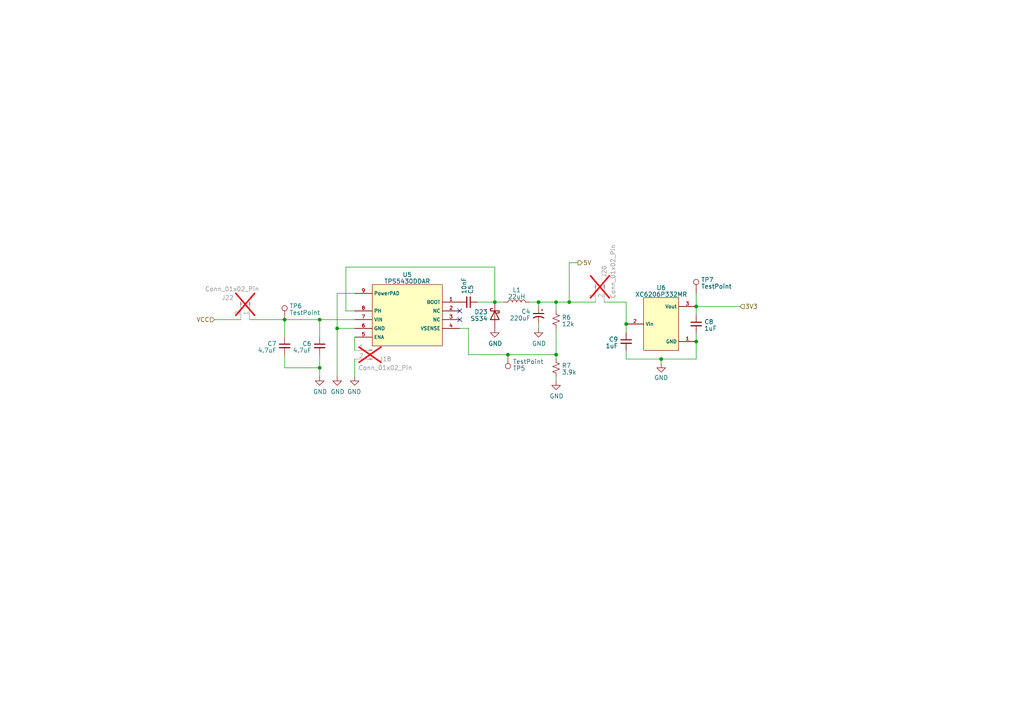
<source format=kicad_sch>
(kicad_sch (version 20230121) (generator eeschema)
  (paper "A4")
  (lib_symbols
    (symbol "Connector:Conn_01x02_Pin" (pin_names (offset 1.016) hide)
      (property "Reference" "J" (at 0 2.54 0))
      (property "Value" "Conn_01x02_Pin" (at 0 -5.08 0))
      (symbol "Conn_01x02_Pin_1_1"
        (polyline (pts (xy 1.27 -2.54) (xy 0.8636 -2.54)) (stroke (width 0.1524)))
        (polyline (pts (xy 1.27 0) (xy 0.8636 0)) (stroke (width 0.1524)))
        (rectangle (start 0.8636 -2.413) (end 0 -2.667) (stroke (width 0.1524)) (fill (type outline)))
        (rectangle (start 0.8636 0.127) (end 0 -0.127) (stroke (width 0.1524)) (fill (type outline)))
        (pin passive line (at 5.08 0 180) (length 3.81) (name "Pin_1") (number "1"))
        (pin passive line (at 5.08 -2.54 180) (length 3.81) (name "Pin_2") (number "2"))
      )
    )
    (symbol "Connector:TestPoint" (pin_numbers hide) (pin_names (offset 0.762) hide)
      (property "Reference" "TP" (at 0 6.858 0))
      (property "Value" "TestPoint" (at 0 5.08 0))
      (symbol "TestPoint_0_1"
        (circle (center 0 3.302) (radius 0.762))
      )
      (symbol "TestPoint_1_1"
        (pin passive line (at 0 0 90) (length 2.54) (name "1") (number "1"))
      )
    )
    (symbol "Device:C_Polarized_Small_US" (pin_numbers hide) (pin_names (offset 0.254) hide)
      (property "Reference" "C" (at 0.254 1.778 0))
      (property "Value" "C_Polarized_Small_US" (at 0.254 -2.032 0))
      (symbol "C_Polarized_Small_US_0_1"
        (polyline (pts (xy -1.524 0.508) (xy 1.524 0.508)) (stroke (width 0.3048)))
        (polyline (pts (xy -1.27 1.524) (xy -0.762 1.524)))
        (polyline (pts (xy -1.016 1.27) (xy -1.016 1.778)))
        (arc (start 1.524 -0.762) (mid 0 -0.3734) (end -1.524 -0.762) (stroke (width 0.3048)))
      )
      (symbol "C_Polarized_Small_US_1_1"
        (pin passive line (at 0 2.54 270) (length 2.032) (name "~") (number "1"))
        (pin passive line (at 0 -2.54 90) (length 2.032) (name "~") (number "2"))
      )
    )
    (symbol "Device:C_Small" (pin_numbers hide) (pin_names (offset 0.254) hide)
      (property "Reference" "C" (at 0.254 1.778 0))
      (property "Value" "C_Small" (at 0.254 -2.032 0))
      (symbol "C_Small_0_1"
        (polyline (pts (xy -1.524 -0.508) (xy 1.524 -0.508)) (stroke (width 0.3302)))
        (polyline (pts (xy -1.524 0.508) (xy 1.524 0.508)) (stroke (width 0.3048)))
      )
      (symbol "C_Small_1_1"
        (pin passive line (at 0 2.54 270) (length 2.032) (name "~") (number "1"))
        (pin passive line (at 0 -2.54 90) (length 2.032) (name "~") (number "2"))
      )
    )
    (symbol "Device:D_Schottky" (pin_numbers hide) (pin_names (offset 1.016) hide)
      (property "Reference" "D" (at 0 2.54 0))
      (property "Value" "D_Schottky" (at 0 -2.54 0))
      (symbol "D_Schottky_0_1"
        (polyline (pts (xy 1.27 0) (xy -1.27 0)))
        (polyline (pts (xy 1.27 1.27) (xy 1.27 -1.27) (xy -1.27 0) (xy 1.27 1.27)) (stroke (width 0.254)))
        (polyline (pts (xy -1.905 0.635) (xy -1.905 1.27) (xy -1.27 1.27) (xy -1.27 -1.27) (xy -0.635 -1.27) (xy -0.635 -0.635)) (stroke (width 0.254)))
      )
      (symbol "D_Schottky_1_1"
        (pin passive line (at -3.81 0 0) (length 2.54) (name "K") (number "1"))
        (pin passive line (at 3.81 0 180) (length 2.54) (name "A") (number "2"))
      )
    )
    (symbol "Device:L" (pin_numbers hide) (pin_names (offset 1.016) hide)
      (property "Reference" "L" (at -1.27 0 90))
      (property "Value" "L" (at 1.905 0 90))
      (symbol "L_0_1"
        (arc (start 0 -2.54) (mid 0.6323 -1.905) (end 0 -1.27))
        (arc (start 0 -1.27) (mid 0.6323 -0.635) (end 0 0))
        (arc (start 0 0) (mid 0.6323 0.635) (end 0 1.27))
        (arc (start 0 1.27) (mid 0.6323 1.905) (end 0 2.54))
      )
      (symbol "L_1_1"
        (pin passive line (at 0 3.81 270) (length 1.27) (name "1") (number "1"))
        (pin passive line (at 0 -3.81 90) (length 1.27) (name "2") (number "2"))
      )
    )
    (symbol "Device:R_Small_US" (pin_numbers hide) (pin_names (offset 0.254) hide)
      (property "Reference" "R" (at 0.762 0.508 0))
      (property "Value" "R_Small_US" (at 0.762 -1.016 0))
      (symbol "R_Small_US_1_1"
        (polyline (pts (xy 0 0) (xy 1.016 -0.381) (xy 0 -0.762) (xy -1.016 -1.143) (xy 0 -1.524)))
        (polyline (pts (xy 0 1.524) (xy 1.016 1.143) (xy 0 0.762) (xy -1.016 0.381) (xy 0 0)))
        (pin passive line (at 0 2.54 270) (length 1.016) (name "~") (number "1"))
        (pin passive line (at 0 -2.54 90) (length 1.016) (name "~") (number "2"))
      )
    )
    (symbol "EEE4022S:TPS5430DDAR"
      (property "Reference" "U" (at 0 1.27 0))
      (property "Value" "TPS5430DDAR" (at 0 -2.54 0))
      (symbol "TPS5430DDAR_0_1"
        (rectangle (start -10.16 8.89) (end 10.16 -8.89) (fill (type background)))
        (pin unspecified line (at -15.24 3.81 0) (length 5.08) (name "BOOT") (number "1"))
        (pin unspecified line (at -15.24 1.27 0) (length 5.08) (name "NC") (number "2"))
        (pin unspecified line (at -15.24 -1.27 0) (length 5.08) (name "NC") (number "3"))
        (pin unspecified line (at -15.24 -3.81 0) (length 5.08) (name "VSENSE") (number "4"))
        (pin unspecified line (at 15.24 -6.35 180) (length 5.08) (name "ENA") (number "5"))
        (pin unspecified line (at 15.24 -3.81 180) (length 5.08) (name "GND") (number "6"))
        (pin unspecified line (at 15.24 -1.27 180) (length 5.08) (name "VIN") (number "7"))
        (pin unspecified line (at 15.24 1.27 180) (length 5.08) (name "PH") (number "8"))
        (pin unspecified line (at 15.24 6.35 180) (length 5.08) (name "PowerPAD") (number "9"))
      )
    )
    (symbol "EEE4022S:XC6206P332MR"
      (property "Reference" "U" (at 0 11.43 0))
      (property "Value" "XC6206P332MR" (at 0 8.89 0))
      (symbol "XC6206P332MR_0_1"
        (rectangle (start -5.08 7.62) (end 5.08 -7.62) (fill (type background)))
        (pin unspecified line (at 10.16 -5.08 180) (length 5.08) (name "GND") (number "1"))
        (pin unspecified line (at -10.16 0 0) (length 5.08) (name "Vin") (number "2"))
        (pin unspecified line (at 10.16 5.08 180) (length 5.08) (name "Vout") (number "3"))
      )
    )
    (symbol "power:GND" (power) (pin_names (offset 0))
      (property "Value" "GND" (at 0 -3.81 0))
      (symbol "GND_0_1"
        (polyline (pts (xy 0 0) (xy 0 -1.27) (xy 1.27 -1.27) (xy 0 -2.54) (xy -1.27 -1.27) (xy 0 -1.27)))
      )
      (symbol "GND_1_1"
        (pin power_in line (at 0 0 270) (length 0) hide (name "GND") (number "1"))
      )
    )
  )
  (junction (at 147.32 102.87))
  (junction (at 191.77 104.14))
  (junction (at 92.71 92.71))
  (junction (at 181.61 93.98))
  (junction (at 165.1 87.63))
  (junction (at 201.93 88.9))
  (junction (at 161.29 102.87))
  (junction (at 201.93 99.06))
  (junction (at 92.71 106.68))
  (junction (at 156.21 87.63))
  (junction (at 82.55 92.71))
  (junction (at 143.51 87.63))
  (junction (at 97.79 95.25))
  (junction (at 161.29 87.63))
  (no_connect (at 133.35 90.17))
  (no_connect (at 133.35 92.71))
  (wire (pts (xy 181.61 96.52) (xy 181.61 93.98)))
  (wire (pts (xy 191.77 104.14) (xy 191.77 105.41)))
  (wire (pts (xy 102.87 97.79) (xy 102.87 101.6)))
  (wire (pts (xy 201.93 96.52) (xy 201.93 99.06)))
  (wire (pts (xy 100.33 77.47) (xy 100.33 90.17)))
  (wire (pts (xy 167.64 76.2) (xy 165.1 76.2)))
  (wire (pts (xy 97.79 109.22) (xy 97.79 95.25)))
  (wire (pts (xy 143.51 87.63) (xy 138.43 87.63)))
  (wire (pts (xy 102.87 95.25) (xy 97.79 95.25)))
  (wire (pts (xy 161.29 90.17) (xy 161.29 87.63)))
  (wire (pts (xy 191.77 104.14) (xy 201.93 104.14)))
  (wire (pts (xy 143.51 87.63) (xy 146.05 87.63)))
  (wire (pts (xy 161.29 102.87) (xy 147.32 102.87)))
  (wire (pts (xy 156.21 88.9) (xy 156.21 87.63)))
  (wire (pts (xy 97.79 85.09) (xy 97.79 95.25)))
  (wire (pts (xy 156.21 87.63) (xy 153.67 87.63)))
  (wire (pts (xy 135.89 102.87) (xy 135.89 95.25)))
  (wire (pts (xy 181.61 87.63) (xy 181.61 93.98)))
  (wire (pts (xy 82.55 92.71) (xy 92.71 92.71)))
  (wire (pts (xy 201.93 99.06) (xy 201.93 104.14)))
  (wire (pts (xy 92.71 106.68) (xy 92.71 109.22)))
  (wire (pts (xy 92.71 97.79) (xy 92.71 92.71)))
  (wire (pts (xy 102.87 104.14) (xy 102.87 109.22)))
  (wire (pts (xy 201.93 85.09) (xy 201.93 88.9)))
  (wire (pts (xy 161.29 95.25) (xy 161.29 102.87)))
  (wire (pts (xy 135.89 95.25) (xy 133.35 95.25)))
  (wire (pts (xy 92.71 106.68) (xy 92.71 102.87)))
  (wire (pts (xy 201.93 88.9) (xy 201.93 91.44)))
  (wire (pts (xy 165.1 76.2) (xy 165.1 87.63)))
  (wire (pts (xy 161.29 87.63) (xy 165.1 87.63)))
  (wire (pts (xy 102.87 85.09) (xy 97.79 85.09)))
  (wire (pts (xy 82.55 102.87) (xy 82.55 106.68)))
  (wire (pts (xy 156.21 93.98) (xy 156.21 95.25)))
  (wire (pts (xy 181.61 87.63) (xy 175.26 87.63)))
  (wire (pts (xy 62.23 92.71) (xy 69.85 92.71)))
  (wire (pts (xy 165.1 87.63) (xy 172.72 87.63)))
  (wire (pts (xy 147.32 102.87) (xy 135.89 102.87)))
  (wire (pts (xy 82.55 92.71) (xy 82.55 97.79)))
  (wire (pts (xy 102.87 92.71) (xy 92.71 92.71)))
  (wire (pts (xy 201.93 88.9) (xy 214.63 88.9)))
  (wire (pts (xy 72.39 92.71) (xy 82.55 92.71)))
  (wire (pts (xy 161.29 102.87) (xy 161.29 104.14)))
  (wire (pts (xy 100.33 77.47) (xy 143.51 77.47)))
  (wire (pts (xy 143.51 77.47) (xy 143.51 87.63)))
  (wire (pts (xy 156.21 87.63) (xy 161.29 87.63)))
  (wire (pts (xy 161.29 110.49) (xy 161.29 109.22)))
  (wire (pts (xy 181.61 104.14) (xy 191.77 104.14)))
  (wire (pts (xy 92.71 106.68) (xy 82.55 106.68)))
  (wire (pts (xy 181.61 101.6) (xy 181.61 104.14)))
  (wire (pts (xy 102.87 90.17) (xy 100.33 90.17)))
  (hierarchical_label "3V3" (shape input) (at 214.63 88.9 0))
  (hierarchical_label "VCC" (shape input) (at 62.23 92.71 180))
  (hierarchical_label "5V" (shape output) (at 167.64 76.2 0))
  (symbol (lib_id "EEE4022S:XC6206P332MR") (at 191.77 93.98 0) (unit 1)
    (property "Reference" "U6" (at 191.77 83.4771 0))
    (property "Value" "XC6206P332MR" (at 191.77 85.3981 0))
    (property "Footprint" "Library:XC6206" (effects hide))
    (property "Datasheet" "https://item.szlcsc.com/14454.html" (effects hide))
    (property "LCSC" "C5446" (effects hide))
    (instances (project "Retro Display Module" (path "" (reference "U6") (unit 1)) (path "" (reference "U5") (unit 1))))
  )
  (symbol (lib_id "power:GND") (at 92.71 109.22 0) (unit 1)
    (property "Reference" "#PWR016" (effects hide))
    (property "Value" "GND" (at 92.837 113.6142 0))
    (instances (project "Retro Display Module" (path "" (reference "#PWR016") (unit 1)) (path "" (reference "#PWR09") (unit 1))) (project "USB PD" (path "" (reference "#PWR013") (unit 1))) (project "IP2721-USB-C-breakout" (path "" (reference "#PWR0107") (unit 1))))
  )
  (symbol (lib_id "Device:C_Small") (at 135.89 87.63 270) (mirror x) (unit 1)
    (property "Reference" "C5" (at 136.5274 85.3059 0) (effects (justify left)))
    (property "Value" "10nF" (at 134.6064 85.3059 0) (effects (justify left)))
    (property "Footprint" "Capacitor_SMD:C_0805_2012Metric" (effects hide))
    (property "Datasheet" "https://wmsc.lcsc.com/wmsc/upload/file/pdf/v2/lcsc/2304140030_Samsung-Electro-Mechanics-CL05B104KO5NNNC_C1525.pdf" (effects hide))
    (property "LCSC" "C1710" (effects hide))
    (instances (project "Retro Display Module" (path "" (reference "C5") (unit 1)) (path "" (reference "C10") (unit 1))) (project "USB PD" (path "" (reference "C3") (unit 1))))
  )
  (symbol (lib_id "Device:R_Small_US") (at 161.29 106.68 0) (unit 1)
    (property "Reference" "R7" (at 162.941 106.0363 0) (effects (justify left)))
    (property "Value" "3.9k" (at 162.941 107.9573 0) (effects (justify left)))
    (property "Footprint" "Resistor_SMD:R_0603_1608Metric" (effects hide))
    (property "LCSC" "C23018" (effects hide))
    (instances (project "Retro Display Module" (path "" (reference "R7") (unit 1)) (path "" (reference "R11") (unit 1))) (project "USB PD" (path "" (reference "R5") (unit 1))))
  )
  (symbol (lib_id "Connector:TestPoint") (at 201.93 85.09 0) (unit 1)
    (property "Reference" "TP7" (at 203.327 81.1443 0) (effects (justify left)))
    (property "Value" "TestPoint" (at 203.327 83.0653 0) (effects (justify left)))
    (property "Footprint" "TestPoint:TestPoint_Pad_2.0x2.0mm" (effects hide))
    (instances (project "Retro Display Module" (path "" (reference "TP7") (unit 1)) (path "" (reference "TP3") (unit 1))) (project "USB PD" (path "" (reference "TP1") (unit 1))))
  )
  (symbol (lib_id "Device:R_Small_US") (at 161.29 92.71 0) (unit 1)
    (property "Reference" "R6" (at 162.941 92.0663 0) (effects (justify left)))
    (property "Value" "12k" (at 162.941 93.9873 0) (effects (justify left)))
    (property "Footprint" "Resistor_SMD:R_0603_1608Metric" (effects hide))
    (property "LCSC" "C22790" (effects hide))
    (instances (project "Retro Display Module" (path "" (reference "R6") (unit 1)) (path "" (reference "R10") (unit 1))) (project "USB PD" (path "" (reference "R4") (unit 1))))
  )
  (symbol (lib_id "Device:C_Small") (at 82.55 100.33 0) (mirror y) (unit 1)
    (property "Reference" "C7" (at 80.2259 99.6926 0) (effects (justify left)))
    (property "Value" "4.7uF" (at 80.2259 101.6136 0) (effects (justify left)))
    (property "Footprint" "Capacitor_SMD:C_0805_2012Metric" (effects hide))
    (property "LCSC" "C1779" (effects hide))
    (instances (project "Retro Display Module" (path "" (reference "C7") (unit 1)) (path "" (reference "C8") (unit 1))) (project "USB PD" (path "" (reference "C6") (unit 1))))
  )
  (symbol (lib_id "EEE4022S:TPS5430DDAR") (at 118.11 91.44 0) (mirror y) (unit 1)
    (property "Reference" "U5" (at 118.11 79.6671 0))
    (property "Value" "TPS5430DDAR" (at 118.11 81.5881 0))
    (property "Footprint" "Library:ESOP-8_L4.9-W3.9-P1.27-LS6.0-TL-EP" (effects hide))
    (property "Datasheet" "https://www.lcsc.com/datasheet/lcsc_datasheet_1811081920_Texas-Instruments-TPS5430DDAR_C9864.pdf" (effects hide))
    (property "LCSC" "C9864" (effects hide))
    (instances (project "Retro Display Module" (path "" (reference "U5") (unit 1)) (path "" (reference "U4") (unit 1))) (project "USB PD" (path "" (reference "U2") (unit 1))))
  )
  (symbol (lib_id "power:GND") (at 102.87 109.22 0) (mirror y) (unit 1)
    (property "Reference" "#PWR014" (effects hide))
    (property "Value" "GND" (at 102.743 113.6142 0))
    (instances (project "Retro Display Module" (path "" (reference "#PWR014") (unit 1)) (path "" (reference "#PWR011") (unit 1))) (project "USB PD" (path "" (reference "#PWR09") (unit 1))) (project "IP2721-USB-C-breakout" (path "" (reference "#PWR0107") (unit 1))))
  )
  (symbol (lib_id "Connector:Conn_01x02_Pin") (at 107.95 101.6 0) (mirror y) (unit 1) (dnp yes)
    (property "Reference" "J18" (at 111.76 104.14 0))
    (property "Value" "Conn_01x02_Pin" (at 111.76 106.68 0))
    (property "Footprint" "Connector_PinHeader_2.54mm:PinHeader_1x02_P2.54mm_Vertical" (effects hide))
    (instances (project "Retro Display Module" (path "" (reference "J18") (unit 1)) (path "" (reference "J23") (unit 1))) (project "USB PD" (path "" (reference "J9") (unit 1))))
  )
  (symbol (lib_id "Device:C_Small") (at 201.93 93.98 0) (unit 1)
    (property "Reference" "C8" (at 204.2541 93.3426 0) (effects (justify left)))
    (property "Value" "1uF" (at 204.2541 95.2636 0) (effects (justify left)))
    (property "Footprint" "Capacitor_SMD:C_0603_1608Metric" (effects hide))
    (property "LCSC" "C15849" (effects hide))
    (instances (project "Retro Display Module" (path "" (reference "C8") (unit 1)) (path "" (reference "C13") (unit 1))) (project "USB PD" (path "" (reference "C2") (unit 1))))
  )
  (symbol (lib_id "Connector:Conn_01x02_Pin") (at 72.39 87.63 270) (unit 1) (dnp yes)
    (property "Reference" "J22" (at 66.04 86.36 90))
    (property "Value" "Conn_01x02_Pin" (at 67.31 83.82 90))
    (property "Footprint" "Connector_PinHeader_2.54mm:PinHeader_1x02_P2.54mm_Vertical" (effects hide))
    (instances (project "Retro Display Module" (path "" (reference "J22") (unit 1)) (path "" (reference "J22") (unit 1))) (project "USB PD" (path "" (reference "J9") (unit 1))))
  )
  (symbol (lib_id "Device:L") (at 149.86 87.63 90) (unit 1)
    (property "Reference" "L1" (at 149.86 84.1147 90))
    (property "Value" "22uH" (at 149.86 86.0357 90))
    (property "Footprint" "Library:IND-SMD_L7.3-W6.6_MHCI06030" (effects hide))
    (property "LCSC" "C128694" (effects hide))
  )
  (symbol (lib_id "power:GND") (at 143.51 95.25 0) (unit 1)
    (property "Reference" "#PWR013" (effects hide))
    (property "Value" "GND" (at 143.637 99.6442 0))
    (instances (project "Retro Display Module" (path "" (reference "#PWR013") (unit 1)) (path "" (reference "#PWR012") (unit 1))) (project "USB PD" (path "" (reference "#PWR06") (unit 1))) (project "IP2721-USB-C-breakout" (path "" (reference "#PWR0107") (unit 1))))
  )
  (symbol (lib_id "power:GND") (at 156.21 95.25 0) (unit 1)
    (property "Reference" "#PWR012" (effects hide))
    (property "Value" "GND" (at 156.337 99.6442 0))
    (instances (project "Retro Display Module" (path "" (reference "#PWR012") (unit 1)) (path "" (reference "#PWR013") (unit 1))) (project "USB PD" (path "" (reference "#PWR03") (unit 1))) (project "IP2721-USB-C-breakout" (path "" (reference "#PWR0107") (unit 1))))
  )
  (symbol (lib_id "Connector:TestPoint") (at 147.32 102.87 0) (mirror x) (unit 1)
    (property "Reference" "TP5" (at 148.717 106.8157 0) (effects (justify left)))
    (property "Value" "TestPoint" (at 148.717 104.8947 0) (effects (justify left)))
    (property "Footprint" "TestPoint:TestPoint_Pad_2.0x2.0mm" (effects hide))
    (instances (project "Retro Display Module" (path "" (reference "TP5") (unit 1)) (path "" (reference "TP2") (unit 1))) (project "USB PD" (path "" (reference "TP3") (unit 1))))
  )
  (symbol (lib_id "Device:C_Polarized_Small_US") (at 156.21 91.44 0) (mirror y) (unit 1)
    (property "Reference" "C4" (at 153.8986 90.3645 0) (effects (justify left)))
    (property "Value" "220uF" (at 153.8986 92.2855 0) (effects (justify left)))
    (property "Footprint" "Library:CAP-SMD_L3.5-W2.8" (effects hide))
    (property "Datasheet" "https://wmsc.lcsc.com/wmsc/upload/file/pdf/v2/lcsc/2304140030_KEMET-T520B157M006ATE035_C212682.pdf" (effects hide))
    (property "LCSC" "C212682" (effects hide))
    (instances (project "Retro Display Module" (path "" (reference "C4") (unit 1)) (path "" (reference "C11") (unit 1))) (project "USB PD" (path "" (reference "C1") (unit 1))))
  )
  (symbol (lib_id "power:GND") (at 161.29 110.49 0) (unit 1)
    (property "Reference" "#PWR011" (effects hide))
    (property "Value" "GND" (at 161.417 114.8842 0))
    (instances (project "Retro Display Module" (path "" (reference "#PWR011") (unit 1)) (path "" (reference "#PWR014") (unit 1))) (project "USB PD" (path "" (reference "#PWR013") (unit 1))) (project "IP2721-USB-C-breakout" (path "" (reference "#PWR0107") (unit 1))))
  )
  (symbol (lib_id "power:GND") (at 191.77 105.41 0) (unit 1)
    (property "Reference" "#PWR017" (effects hide))
    (property "Value" "GND" (at 191.77 109.5455 0))
    (instances (project "Retro Display Module" (path "" (reference "#PWR017") (unit 1)) (path "" (reference "#PWR015") (unit 1))))
  )
  (symbol (lib_id "Connector:TestPoint") (at 82.55 92.71 0) (unit 1)
    (property "Reference" "TP6" (at 83.947 88.7643 0) (effects (justify left)))
    (property "Value" "TestPoint" (at 83.947 90.6853 0) (effects (justify left)))
    (property "Footprint" "TestPoint:TestPoint_Pad_2.0x2.0mm" (effects hide))
    (instances (project "Retro Display Module" (path "" (reference "TP6") (unit 1)) (path "" (reference "TP1") (unit 1))) (project "USB PD" (path "" (reference "TP5") (unit 1))))
  )
  (symbol (lib_id "Connector:Conn_01x02_Pin") (at 172.72 82.55 90) (mirror x) (unit 1) (dnp yes)
    (property "Reference" "J20" (at 175.26 78.74 0))
    (property "Value" "Conn_01x02_Pin" (at 177.8 78.74 0))
    (property "Footprint" "Connector_PinHeader_2.54mm:PinHeader_1x02_P2.54mm_Vertical" (effects hide))
    (instances (project "Retro Display Module" (path "" (reference "J20") (unit 1)) (path "" (reference "J24") (unit 1))) (project "USB PD" (path "" (reference "J9") (unit 1))))
  )
  (symbol (lib_id "power:GND") (at 97.79 109.22 0) (unit 1)
    (property "Reference" "#PWR015" (effects hide))
    (property "Value" "GND" (at 97.917 113.6142 0))
    (instances (project "Retro Display Module" (path "" (reference "#PWR015") (unit 1)) (path "" (reference "#PWR010") (unit 1))) (project "USB PD" (path "" (reference "#PWR011") (unit 1))) (project "IP2721-USB-C-breakout" (path "" (reference "#PWR0107") (unit 1))))
  )
  (symbol (lib_id "Device:C_Small") (at 181.61 99.06 0) (mirror y) (unit 1)
    (property "Reference" "C9" (at 179.2859 98.4226 0) (effects (justify left)))
    (property "Value" "1uF" (at 179.2859 100.3436 0) (effects (justify left)))
    (property "Footprint" "Capacitor_SMD:C_0603_1608Metric" (effects hide))
    (property "LCSC" "C15849" (effects hide))
    (instances (project "Retro Display Module" (path "" (reference "C9") (unit 1)) (path "" (reference "C12") (unit 1))) (project "USB PD" (path "" (reference "C2") (unit 1))))
  )
  (symbol (lib_id "Device:C_Small") (at 92.71 100.33 0) (mirror y) (unit 1)
    (property "Reference" "C6" (at 90.3859 99.6926 0) (effects (justify left)))
    (property "Value" "4.7uF" (at 90.3859 101.6136 0) (effects (justify left)))
    (property "Footprint" "Capacitor_SMD:C_0805_2012Metric" (effects hide))
    (property "LCSC" "C1779" (effects hide))
    (instances (project "Retro Display Module" (path "" (reference "C6") (unit 1)) (path "" (reference "C9") (unit 1))) (project "USB PD" (path "" (reference "C5") (unit 1))))
  )
  (symbol (lib_id "Device:D_Schottky") (at 143.51 91.44 90) (mirror x) (unit 1)
    (property "Reference" "D23" (at 141.478 90.4788 90) (effects (justify left)))
    (property "Value" "SS34" (at 141.478 92.3998 90) (effects (justify left)))
    (property "Footprint" "Library:SMA_L4.3-W2.6-LS5.2-RD" (effects hide))
    (property "LCSC" "C8678" (effects hide))
    (instances (project "Retro Display Module" (path "" (reference "D23") (unit 1)) (path "" (reference "D1") (unit 1))) (project "USB PD" (path "" (reference "D1") (unit 1))))
  )
)
</source>
